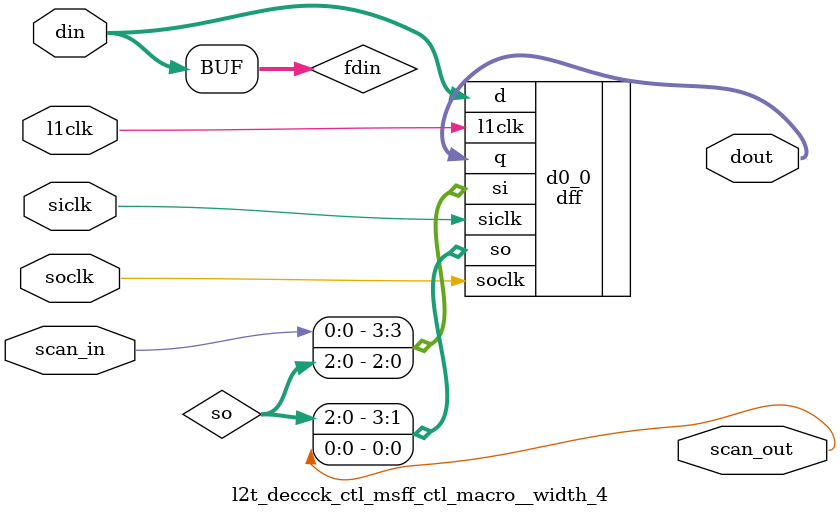
<source format=v>
module l2t_deccck_ctl (
  tcu_pce_ov, 
  tcu_aclk, 
  tcu_bclk, 
  tcu_scan_en, 
  tag_deccck_addr3_c7, 
  arb_inst_l2data_vld_c6, 
  tag_data_ecc_active_c3, 
  bist_data_enable_c1, 
  bist_data_waddr_c1, 
  arbadr_arbdp_addr22_c7, 
  arbadr_arbdp_waddr_c6, 
  deccck_bscd_corr_err_c8, 
  deccck_bscd_uncorr_err_c8, 
  deccck_bscd_notdata_err_c8, 
  deccck_spcd_corr_err_c8, 
  deccck_spcd_uncorr_err_c8, 
  deccck_spcd_notdata_err_c8, 
  deccck_scrd_corr_err_c8, 
  deccck_scrd_uncorr_err_c8, 
  deccck_spcfb_corr_err_c8, 
  deccck_spcfb_uncorr_err_c8, 
  deccck_uncorr_err_c8, 
  deccck_corr_err_c8, 
  deccck_notdata_err_c8, 
  deccdp_decck_uncorr_err_c7, 
  deccdp_decck_corr_err_c7, 
  tag_spc_rd_vld_c6, 
  tag_bsc_rd_vld_c7, 
  tag_scrub_rd_vld_c7, 
  filbuf_spc_corr_err_c6, 
  filbuf_spc_uncorr_err_c6, 
  filbuf_spc_rd_vld_c6, 
  deccck_dword_sel_c7, 
  deccck_muxsel_diag_out_c7, 
  arbadr_arbdp_line_addr_c7, 
  arbadr_arbdp_line_addr_c6, 
  l2clk, 
  scan_in, 
  scan_out);
wire pce_ov;
wire stop;
wire siclk;
wire soclk;
wire se;
wire l1clk;
wire spares_scanin;
wire spares_scanout;
wire ff_bist_en_c2_scanin;
wire ff_bist_en_c2_scanout;
wire ff_bist_en_c3_scanin;
wire ff_bist_en_c3_scanout;
wire ff_bist_en_c4_scanin;
wire ff_bist_en_c4_scanout;
wire ff_bist_en_c5_scanin;
wire ff_bist_en_c5_scanout;
wire ff_bist_en_c52_scanin;
wire ff_bist_en_c52_scanout;
wire ff_bist_en_c6_scanin;
wire ff_bist_en_c6_scanout;
wire ff_bist_waddr_c2_scanin;
wire ff_bist_waddr_c2_scanout;
wire ff_bist_waddr_c3_scanin;
wire ff_bist_waddr_c3_scanout;
wire ff_bist_waddr_c4_scanin;
wire ff_bist_waddr_c4_scanout;
wire ff_bist_waddr_c5_scanin;
wire ff_bist_waddr_c5_scanout;
wire ff_bist_waddr_c52_scanin;
wire ff_bist_waddr_c52_scanout;
wire ff_bist_waddr_c6_scanin;
wire ff_bist_waddr_c6_scanout;
wire ff_misc_terms_scanin;
wire ff_misc_terms_scanout;
wire tag_spc_rd_vld_c7;
wire filbuf_spc_rd_vld_c7;
wire filbuf_spc_corr_err_c7;
wire filbuf_spc_uncorr_err_c7;
wire ff_spc_rd_vld_c8_scanin;
wire ff_spc_rd_vld_c8_scanout;
wire ff_deccck_scrd_corr_err_c8_scanin;
wire ff_deccck_scrd_corr_err_c8_scanout;
wire ff_deccck_scrd_uncorr_err_c8_scanin;
wire ff_deccck_scrd_uncorr_err_c8_scanout;
wire ff_filbuf_spc_rd_vld_c8_scanin;
wire ff_filbuf_spc_rd_vld_c8_scanout;
wire ff_filbuf_spc_corr_err_c8_scanin;
wire ff_filbuf_spc_corr_err_c8_scanout;
wire ff_filbuf_spc_uncorr_err_c8_scanin;
wire ff_filbuf_spc_uncorr_err_c8_scanout;
wire ff_bsc_rd_vld_c8_scanin;
wire ff_bsc_rd_vld_c8_scanout;
wire ff_waddr_c7_scanin;
wire ff_waddr_c7_scanout;
wire data_ecc_active_c4;
wire ff_deccck_active_c4_scanin;
wire ff_deccck_active_c4_scanout;
wire data_ecc_active_c5;
wire ff_deccck_active_c5_scanin;
wire ff_deccck_active_c5_scanout;
wire data_ecc_active_c52;
wire ff_deccck_active_c52_scanin;
wire ff_deccck_active_c52_scanout;
wire data_ecc_active_c6;
wire ff_deccck_active_c6_scanin;
wire ff_deccck_active_c6_scanout;
wire data_ecc_active_c7;
wire ff_deccck_active_c7_scanin;
wire ff_deccck_active_c7_scanout;
wire diag_data_vld_c7;
wire ff_diag_data_vld_c7_scanin;
wire ff_diag_data_vld_c7_scanout;
wire [3:0] deccck_muxsel_diag_out_c6;
wire ff_deccck_muxsel_diag_out_c7_scanin;
wire ff_deccck_muxsel_diag_out_c7_scanout;
 

 input tcu_pce_ov;
 input tcu_aclk;
 input tcu_bclk;
 input tcu_scan_en;
 
input	tag_deccck_addr3_c7; 
input	arb_inst_l2data_vld_c6; 
input	tag_data_ecc_active_c3; 
 
input	bist_data_enable_c1; 
input	[1:0]	bist_data_waddr_c1; 
input	arbadr_arbdp_addr22_c7; 
input	[1:0]	arbadr_arbdp_waddr_c6; 
 
//input	csr_error_ceen ;  // Correctable error enables 
//input	csr_error_nceen ; // Uncorrectable error enables 
 
 
 
output          deccck_bscd_corr_err_c8 ;    // siu data 
output          deccck_bscd_uncorr_err_c8 ;  // siu data 
output          deccck_bscd_notdata_err_c8;  // siu data

output          deccck_spcd_corr_err_c8 ;    // spc data 
output          deccck_spcd_uncorr_err_c8 ;  // spc data 
output          deccck_spcd_notdata_err_c8;  // spc data
output          deccck_scrd_corr_err_c8 ;    // scrub 
output          deccck_scrd_uncorr_err_c8 ;  // scrub 
output          deccck_spcfb_corr_err_c8 ;   // spc data from fb 
output          deccck_spcfb_uncorr_err_c8 ; // spc data from fb 

//output          deccck_uncorr_err_c8;        // an uncorr err has happenned Unqual 
//output          deccck_corr_err_c8;          // a correctable err has happened
//output		deccck_notdata_err_c8;       // a notdata err has happened

input		deccck_uncorr_err_c8;        // an uncorr err has happenned Unqual
input		deccck_corr_err_c8;        // a correctable err has happened
input		deccck_notdata_err_c8;        // a notdata err has happened

//input		data_uncorr_err_c7;        // an uncorr err has happenned Unqual
//input		data_corr_err_c7;        // a correctable err has happened
//input		data_notdata_err_c7;        // a notdata err has happened

input	[3:0]	deccdp_decck_uncorr_err_c7;        // an uncorr err has happenned Unqual
input	[3:0]	deccdp_decck_corr_err_c7;        // a correctable err has happened
//input	[3:0]	deccck_notdata_err_c7;        // a notdata err has happened

//input           tag_spc_rd_vld_c7 ;   // input for err classification 
input           tag_spc_rd_vld_c6 ;   // input for err classification 
input		tag_bsc_rd_vld_c7; // NEW_PIN 
input           tag_scrub_rd_vld_c7 ; // input for err classification 
 
//input           filbuf_spc_corr_err_c7;	// indicates that an corr err was  
//                                        // received from the DRAM 
//input           filbuf_spc_uncorr_err_c7; // indicates that an uncorr err was  
//					// received from the DRAM 
//input           filbuf_spc_rd_vld_c7; // indicates that an FB read is active for a  
//				     // sparc instruction 

input           filbuf_spc_corr_err_c6;
input           filbuf_spc_uncorr_err_c6;
input           filbuf_spc_rd_vld_c6;
 
 
//output		deccck_sel_higher_dword_c7; 
output		deccck_dword_sel_c7; 

output   [3:0] deccck_muxsel_diag_out_c7;
 
//output	[2:0]	deccck_ret_err_c8; 
//output	[2:0]	deccck_ret_err_c7; 

output	[5:4]	arbadr_arbdp_line_addr_c7;
input	[5:4]	arbadr_arbdp_line_addr_c6;
 
input		l2clk; 
input scan_in;
output scan_out; 
 
// from deccckdp. 
//input	[5:0]	decc_check0_c7;
//input   [5:0]   decc_check1_c7;
//input   [5:0]   decc_check2_c7;
//input   [5:0]   decc_check3_c7;
//input		decc_parity0_c7;
//input           decc_parity1_c7;
//input           decc_parity2_c7;
//input           decc_parity3_c7;
 
 

//////////////////////////////////////////////////
// L1 clk header
//////////////////////////////////////////////////
assign pce_ov = tcu_pce_ov;
assign stop = 1'b0;
assign siclk = tcu_aclk;
assign soclk = tcu_bclk;
assign se = tcu_scan_en;

l2t_deccck_ctl_l1clkhdr_ctl_macro clkgen (
        .l2clk(l2clk),
        .l1en(1'b1 ),
        .l1clk(l1clk),
  .pce_ov(pce_ov),
  .stop(stop),
  .se(se));

//////////////////////////////////////////////////

//////////////////////////////////////////
// Spare gate insertion
//////////////////////////////////////////
l2t_deccck_ctl_spare_ctl_macro__num_4 spares  (
        .scan_in(spares_scanin),
        .scan_out(spares_scanout),
        .l1clk  (l1clk),
  .siclk(siclk),
  .soclk(soclk)
);
//////////////////////////////////////////



wire	[3:0]	corr_err_c7; 
wire	[3:0]	uncorr_err_c7; 
wire		data_corr_err_c7; 
wire		data_uncorr_err_c7; 
 
wire    [1:0]   bist_data_waddr_c2; 
wire    [1:0]   bist_data_waddr_c3; 
wire    [1:0]   bist_data_waddr_c4; 
wire    [1:0]   bist_data_waddr_c5; 
wire    [1:0]   bist_data_waddr_c52; // BS 03/11/04 extra cycle for mem access
wire    [1:0]   bist_data_waddr_c6; 
 
wire            bist_data_enable_c2; 
wire            bist_data_enable_c3; 
wire            bist_data_enable_c4; 
wire            bist_data_enable_c5; 
wire            bist_data_enable_c52; // BS 03/11/04 extra cycle for mem access
wire            bist_data_enable_c6; 
 
wire            scr_data_corr_err_c7 ; 
wire            scr_data_uncorr_err_c7 ; 
 
 
wire    [2:0]   ret_err_c7 ; 
wire            error_ceen_d1 ; 
wire            error_nceen_d1 ; 
 
 
 
wire    [1:0]   waddr_c7; // 3:2 
wire    [1:0]   diag_addr_c7; 
 
wire            sel_higher_word_c6; 
wire            sel_higher_dword_c6; 
 
wire            sel_bist_c6; 
wire            sel_diag_c7; 
wire            sel_def_c6; 
 
 
wire	data_corr_err_c8, filbuf_spc_rd_vld_c8, filbuf_spc_corr_err_c8; 
wire	spc_rd_vld_c8, bsc_rd_vld_c8; 
wire	filbuf_spc_uncorr_err_c8; 
 
 
 
 
/////////////
//// Bug id 91419
//// to distinguish not data from CE need to qualify it with
//// not notdata
////
//// assign  corr_err_c7[0] =  decc_parity0_c7 ; 
//// assign  corr_err_c7[1] =  decc_parity1_c7 ; 
//// assign  corr_err_c7[2] =  decc_parity2_c7 ; 
//// assign  corr_err_c7[3] =  decc_parity3_c7 ; 
//
//assign  corr_err_c7[0] =  decc_parity0_c7  & ~(decc_check0_c7[5:0] == 6'b111111);
//assign  corr_err_c7[1] =  decc_parity1_c7  & ~(decc_check1_c7[5:0] == 6'b111111);
//assign  corr_err_c7[2] =  decc_parity2_c7  & ~(decc_check2_c7[5:0] == 6'b111111);
//assign  corr_err_c7[3] =  decc_parity3_c7  & ~(decc_check3_c7[5:0] == 6'b111111);
//
//
//
// 
//assign  data_corr_err_c7 =  |( corr_err_c7[3:0] )  ; 
// 
//// BS 06/13/04 added Notdata logic
//// detect Notdata if check bits are all 1's on any 4 byte segment, and it is not a sparc
//// read of the fill buffer before the fill.
// 
//assign  data_notdata_err_c7 = (({decc_parity0_c7,decc_check0_c7[5:0]} == 7'b1111111) |
//                         ({decc_parity1_c7,decc_check1_c7[5:0]} == 7'b1111111) |
//                         ({decc_parity2_c7,decc_check2_c7[5:0]} == 7'b1111111) |
//                         ({decc_parity3_c7,decc_check3_c7[5:0]} == 7'b1111111))
//                              & ~filbuf_spc_rd_vld_c7; 
//
//// in case the Notdata is detected on a sparc read of the Fill buffer itself, should
//// treat it as UE . this is because a UE trap has not been issued yet, as the
//// read of the fill buffer is happening before the fill. 
//
//assign  uncorr_err_c7[0] = (|(decc_check0_c7[5:0]) & ~decc_parity0_c7) |
//                           (({decc_parity0_c7,decc_check0_c7[5:0]} == 7'b1111111) & filbuf_spc_rd_vld_c7) ;
//assign  uncorr_err_c7[1] = (|(decc_check1_c7[5:0]) & ~decc_parity1_c7)  |
//                           (({decc_parity1_c7,decc_check1_c7[5:0]} == 7'b1111111) & filbuf_spc_rd_vld_c7);
//assign  uncorr_err_c7[2] = (|(decc_check2_c7[5:0]) & ~decc_parity2_c7) |
//                           (({decc_parity2_c7,decc_check2_c7[5:0]} == 7'b1111111) & filbuf_spc_rd_vld_c7) ;
//assign  uncorr_err_c7[3] = (|(decc_check3_c7[5:0]) & ~decc_parity3_c7) |
//                           (({decc_parity3_c7,decc_check3_c7[5:0]} == 7'b1111111) & filbuf_spc_rd_vld_c7) ;
//
//assign  data_uncorr_err_c7 =  |(uncorr_err_c7[3:0]) ;
//
// 

assign uncorr_err_c7[3:0] = deccdp_decck_uncorr_err_c7[3:0];
assign corr_err_c7[3:0] = deccdp_decck_corr_err_c7[3:0];

 
l2t_deccck_ctl_msff_ctl_macro__width_3 ff_bist_en_c2 
              (.dout   ({arbadr_arbdp_line_addr_c7[5:4],bist_data_enable_c2}), 
		.scan_in(ff_bist_en_c2_scanin),
		.scan_out(ff_bist_en_c2_scanout),
		.din ({arbadr_arbdp_line_addr_c6[5:4],bist_data_enable_c1}), 
               .l1clk (l1clk),
  .siclk(siclk),
  .soclk(soclk)  
) ; 
l2t_deccck_ctl_msff_ctl_macro__width_1 ff_bist_en_c3 
              (.dout   (bist_data_enable_c3), .din (bist_data_enable_c2), 
               .scan_in(ff_bist_en_c3_scanin),
               .scan_out(ff_bist_en_c3_scanout),
               .l1clk (l1clk),
  .siclk(siclk),
  .soclk(soclk)  
) ; 
l2t_deccck_ctl_msff_ctl_macro__width_1 ff_bist_en_c4 
              (.dout   (bist_data_enable_c4), .din (bist_data_enable_c3), 
               .scan_in(ff_bist_en_c4_scanin),
               .scan_out(ff_bist_en_c4_scanout),
               .l1clk (l1clk),
  .siclk(siclk),
  .soclk(soclk)  
) ; 
l2t_deccck_ctl_msff_ctl_macro__width_1 ff_bist_en_c5 
              (.dout   (bist_data_enable_c5), .din (bist_data_enable_c4), 
               .scan_in(ff_bist_en_c5_scanin),
               .scan_out(ff_bist_en_c5_scanout),
               .l1clk (l1clk),
  .siclk(siclk),
  .soclk(soclk)  
) ; 

// BS 03/11/04 extra cycle for mem access

l2t_deccck_ctl_msff_ctl_macro__width_1 ff_bist_en_c52 
              (.dout   (bist_data_enable_c52), .din (bist_data_enable_c5),
               .scan_in(ff_bist_en_c52_scanin),
               .scan_out(ff_bist_en_c52_scanout),
               .l1clk (l1clk),
  .siclk(siclk),
  .soclk(soclk)  
) ;

l2t_deccck_ctl_msff_ctl_macro__width_1 ff_bist_en_c6 
              (.dout   (bist_data_enable_c6), .din (bist_data_enable_c52), 
               .scan_in(ff_bist_en_c6_scanin),
               .scan_out(ff_bist_en_c6_scanout),
               .l1clk (l1clk),
  .siclk(siclk),
  .soclk(soclk)  
) ; 
 
 
l2t_deccck_ctl_msff_ctl_macro__width_2 ff_bist_waddr_c2 
              (.dout   (bist_data_waddr_c2[1:0]), .din (bist_data_waddr_c1[1:0]), 
               .scan_in(ff_bist_waddr_c2_scanin),
               .scan_out(ff_bist_waddr_c2_scanout),
               .l1clk (l1clk),
  .siclk(siclk),
  .soclk(soclk)  
) ; 
l2t_deccck_ctl_msff_ctl_macro__width_2 ff_bist_waddr_c3 
              (.dout   (bist_data_waddr_c3[1:0]), .din (bist_data_waddr_c2[1:0]), 
               .scan_in(ff_bist_waddr_c3_scanin),
               .scan_out(ff_bist_waddr_c3_scanout),
               .l1clk (l1clk),
  .siclk(siclk),
  .soclk(soclk)  
) ;  
l2t_deccck_ctl_msff_ctl_macro__width_2 ff_bist_waddr_c4 
              (.dout   (bist_data_waddr_c4[1:0]), .din (bist_data_waddr_c3[1:0]), 
               .scan_in(ff_bist_waddr_c4_scanin),
               .scan_out(ff_bist_waddr_c4_scanout),
               .l1clk (l1clk),
  .siclk(siclk),
  .soclk(soclk)  
) ; 
l2t_deccck_ctl_msff_ctl_macro__width_2 ff_bist_waddr_c5 
              (.dout   (bist_data_waddr_c5[1:0]), .din (bist_data_waddr_c4[1:0]), 
               .scan_in(ff_bist_waddr_c5_scanin),
               .scan_out(ff_bist_waddr_c5_scanout),
               .l1clk (l1clk),
  .siclk(siclk),
  .soclk(soclk)  
) ; 

// BS 03/11/04 extra cycle for mem access

l2t_deccck_ctl_msff_ctl_macro__width_2 ff_bist_waddr_c52 
              (.dout   (bist_data_waddr_c52[1:0]), .din (bist_data_waddr_c5[1:0]),
               .scan_in(ff_bist_waddr_c52_scanin),
               .scan_out(ff_bist_waddr_c52_scanout),
               .l1clk (l1clk),
  .siclk(siclk),
  .soclk(soclk)  
) ;

l2t_deccck_ctl_msff_ctl_macro__width_2 ff_bist_waddr_c6 
              (.dout   (bist_data_waddr_c6[1:0]), .din (bist_data_waddr_c52[1:0]), 
               .scan_in(ff_bist_waddr_c6_scanin),
               .scan_out(ff_bist_waddr_c6_scanout),
               .l1clk (l1clk),
  .siclk(siclk),
  .soclk(soclk)  
) ; 
 
 
// 
//msff_ctl_macro ff_deccck_uncorr_err_c8 (width=1)
//              (.dout   (deccck_uncorr_err_c8), .din (data_uncorr_err_c7), 
//               .scan_in(ff_deccck_uncorr_err_c8_scanin),
//               .scan_out(ff_deccck_uncorr_err_c8_scanout),
//               .l1clk (l1clk)  
//) ; 

// BS 06/13/04 : added Notdata logic 
// register notdata error bit
//
//msff_ctl_macro ff_deccck_notdata_err_c8 (width=1)
//              (.dout   (deccck_notdata_err_c8), .din (data_notdata_err_c7),
//               .scan_in(ff_deccck_notdata_err_c8_scanin),
//               .scan_out(ff_deccck_notdata_err_c8_scanout),
//               .l1clk (l1clk)
//) ;
// 
// 
//msff_ctl_macro ff_data_corr_err_c8 (width=1)
//		(.dout   (data_corr_err_c8), .din (data_corr_err_c7), 
//               		.scan_in(ff_data_corr_err_c8_scanin),
//               		.scan_out(ff_data_corr_err_c8_scanout),
//               		.l1clk (l1clk)  
//		) ; 
////
//assign deccck_corr_err_c8 = data_corr_err_c8; // BS 03/18/04 : taking out deccck_corr_err_c8 to gate off cas and 
//                                              // swap/ldstub stores updates in case of Correctable Error as part
//                                              // of new requirment for RAS in N2 to retry the atomics on a CE.
//                                              // because of the retry, the update for the store should not happen
//                                              // in L2. 

assign data_corr_err_c8 = deccck_corr_err_c8;


l2t_deccck_ctl_msff_ctl_macro__width_4 ff_misc_terms  
        (
        .scan_in(ff_misc_terms_scanin),
        .scan_out(ff_misc_terms_scanout),
        .dout ({tag_spc_rd_vld_c7,filbuf_spc_rd_vld_c7,filbuf_spc_corr_err_c7,filbuf_spc_uncorr_err_c7}),
        .din  ({tag_spc_rd_vld_c6,filbuf_spc_rd_vld_c6, filbuf_spc_corr_err_c6,filbuf_spc_uncorr_err_c6}),
        .l1clk    (l1clk),
  .siclk(siclk),
  .soclk(soclk)
        );

l2t_deccck_ctl_msff_ctl_macro__width_1 ff_spc_rd_vld_c8 
		(.dout   (spc_rd_vld_c8), .din (tag_spc_rd_vld_c7), 
               		.scan_in(ff_spc_rd_vld_c8_scanin),
               		.scan_out(ff_spc_rd_vld_c8_scanout),
               		.l1clk (l1clk),
  .siclk(siclk),
  .soclk(soclk)  
 
		) ; 
 
assign	deccck_spcd_corr_err_c8 = data_corr_err_c8 & spc_rd_vld_c8; 
assign	deccck_spcd_uncorr_err_c8 = deccck_uncorr_err_c8 & spc_rd_vld_c8; 
assign  deccck_spcd_notdata_err_c8 = deccck_notdata_err_c8 & spc_rd_vld_c8;
 
assign	scr_data_corr_err_c7 = (((corr_err_c7[3] | corr_err_c7[2]) & ~tag_deccck_addr3_c7) | 
				((corr_err_c7[1] | corr_err_c7[0]) & tag_deccck_addr3_c7) 
			) & tag_scrub_rd_vld_c7 ; 
 
l2t_deccck_ctl_msff_ctl_macro__width_1 ff_deccck_scrd_corr_err_c8 
              	(.dout   (deccck_scrd_corr_err_c8), .din (scr_data_corr_err_c7), 
               		.scan_in(ff_deccck_scrd_corr_err_c8_scanin),
               		.scan_out(ff_deccck_scrd_corr_err_c8_scanout),
               		.l1clk (l1clk),
  .siclk(siclk),
  .soclk(soclk)  
 
		) ; 
 
assign  scr_data_uncorr_err_c7 = (((uncorr_err_c7[3] | uncorr_err_c7[2]) & ~tag_deccck_addr3_c7) | 
                                  ((uncorr_err_c7[1] | uncorr_err_c7[0]) & tag_deccck_addr3_c7) 
                                  ) & tag_scrub_rd_vld_c7 ; 
 
l2t_deccck_ctl_msff_ctl_macro__width_1 ff_deccck_scrd_uncorr_err_c8 
              (.dout   (deccck_scrd_uncorr_err_c8), .din (scr_data_uncorr_err_c7), 
               .scan_in(ff_deccck_scrd_uncorr_err_c8_scanin),
               .scan_out(ff_deccck_scrd_uncorr_err_c8_scanout),
               .l1clk (l1clk),
  .siclk(siclk),
  .soclk(soclk)  
) ; 
 
 
 
l2t_deccck_ctl_msff_ctl_macro__width_1 ff_filbuf_spc_rd_vld_c8 
              	(.dout   (filbuf_spc_rd_vld_c8), .din (filbuf_spc_rd_vld_c7), 
               		.scan_in(ff_filbuf_spc_rd_vld_c8_scanin),
               		.scan_out(ff_filbuf_spc_rd_vld_c8_scanout),
               		.l1clk (l1clk),
  .siclk(siclk),
  .soclk(soclk)  
 
		) ; 
 
l2t_deccck_ctl_msff_ctl_macro__width_1 ff_filbuf_spc_corr_err_c8 
              	(.dout   (filbuf_spc_corr_err_c8), .din (filbuf_spc_corr_err_c7), 
               		.scan_in(ff_filbuf_spc_corr_err_c8_scanin),
               		.scan_out(ff_filbuf_spc_corr_err_c8_scanout),
               		.l1clk (l1clk),
  .siclk(siclk),
  .soclk(soclk)  
 
		) ; 
 
l2t_deccck_ctl_msff_ctl_macro__width_1 ff_filbuf_spc_uncorr_err_c8 
              	(.dout   (filbuf_spc_uncorr_err_c8), .din (filbuf_spc_uncorr_err_c7), 
               		.scan_in(ff_filbuf_spc_uncorr_err_c8_scanin),
               		.scan_out(ff_filbuf_spc_uncorr_err_c8_scanout),
               		.l1clk (l1clk),
  .siclk(siclk),
  .soclk(soclk)  
 
		) ; 
 
assign	deccck_spcfb_corr_err_c8    = (data_corr_err_c8 & filbuf_spc_rd_vld_c8) |   
				filbuf_spc_corr_err_c8; 
 
 
assign	deccck_spcfb_uncorr_err_c8    = (deccck_uncorr_err_c8 & filbuf_spc_rd_vld_c8) |   
				filbuf_spc_uncorr_err_c8; 
 
 
l2t_deccck_ctl_msff_ctl_macro__width_1 ff_bsc_rd_vld_c8 
              	(.dout   (bsc_rd_vld_c8), .din (tag_bsc_rd_vld_c7), 
               		.scan_in(ff_bsc_rd_vld_c8_scanin),
               		.scan_out(ff_bsc_rd_vld_c8_scanout),
               		.l1clk (l1clk),
  .siclk(siclk),
  .soclk(soclk)  
 
		) ; 
 
assign	deccck_bscd_corr_err_c8  = data_corr_err_c8 & bsc_rd_vld_c8; 
 
assign	deccck_bscd_uncorr_err_c8  = deccck_uncorr_err_c8 & bsc_rd_vld_c8; 

assign  deccck_bscd_notdata_err_c8 = deccck_notdata_err_c8 & bsc_rd_vld_c8;
 
 
 
 
 
// csr_error_ceen and csr_error_nceen are the register bits for enabling the reporting 
// of the correctable and uncorrectable error respectively. 
// 
//msff_ctl_macro ff_error_ceen_d1 (width=1)
//              (.dout   (error_ceen_d1), .din (csr_error_ceen), 
//               .scan_in(ff_error_ceen_d1_scanin),
//               .scan_out(ff_error_ceen_d1_scanout),
//               .l1clk (l1clk),  
//) ; 
// 
//msff_ctl_macro ff_error_nceen_d1 (width=1)
//              (.dout   (error_nceen_d1), .din (csr_error_nceen),
//               .scan_in(ff_error_nceen_d1_scanin),
//               .scan_out(ff_error_nceen_d1_scanout),
//               .l1clk (l1clk)
//) ; 
// 
 
// only precise error reporting is handled here. 
//
//assign  ret_err_c7[0] = ((data_corr_err_c7 | filbuf_spc_corr_err_c7)   &
//                        ( ( tag_spc_rd_vld_c7 | filbuf_spc_rd_vld_c7 |
//                        filbuf_spc_corr_err_c7 ) & error_ceen_d1 )) |
//                        (data_notdata_err_c7 & tag_spc_rd_vld_c7 & error_nceen_d1); 
//                                       // Notdata encoding is err[1:0] = 2'b11
// 
//assign  ret_err_c7[1] = ((data_uncorr_err_c7 | filbuf_spc_uncorr_err_c7)   & 
//			( ( tag_spc_rd_vld_c7 | filbuf_spc_rd_vld_c7 | 
//			filbuf_spc_uncorr_err_c7 ) & error_nceen_d1 )) |
//                        (data_notdata_err_c7 & tag_spc_rd_vld_c7 & error_nceen_d1); 
//                                 // Notdata encoding is err[1:0] = 2'b11
// 
// 
//
//assign  ret_err_c7_uece[0] = ((data_corr_err_c7 | filbuf_spc_corr_err_c7)   &
//                        ((tag_spc_rd_vld_c7 | filbuf_spc_rd_vld_c7 | filbuf_spc_corr_err_c7 )
//			 & error_ceen_d1 )); 
//
//assign  ret_err_c7_uece[1] = ((data_uncorr_err_c7 | filbuf_spc_uncorr_err_c7)   &
//                      ((tag_spc_rd_vld_c7 | filbuf_spc_rd_vld_c7 | filbuf_spc_uncorr_err_c7 ) 
//			 & error_nceen_d1 )) ;
//
//assign ret_err_c7_nd[0] = (data_notdata_err_c7 & tag_spc_rd_vld_c7 & error_nceen_d1);
//assign ret_err_c7_nd[1] = (data_notdata_err_c7 & tag_spc_rd_vld_c7 & error_nceen_d1);
//
//assign ret_err_c7[0] = (ret_err_c7_uece[0] & ~ret_err_c7_uece[1]) | ret_err_c7_nd[0];
//assign ret_err_c7[1] =  ret_err_c7_uece[1] | ret_err_c7_nd[0];
// 
//assign  ret_err_c7[2] = 1'b0 ;  // RSVD 
//
//msff_ctl_macro ff_ret_err_c8 (width=3)
//              (.dout   (deccck_ret_err_c8[2:0]), .din (ret_err_c7[2:0]), 
//               .scan_in(ff_ret_err_c8_scanin),
//               .scan_out(ff_ret_err_c8_scanout),
//               .l1clk (l1clk)
//                
//) ; 
// 
// 
//assign deccck_ret_err_c7[2:0] = ret_err_c7[2:0] ;
// 
 
////////////////////////////////////////////////////////////////////////// 
// 
// data that is xmitted to the arbdat block 
// The following 2-1 mUX is used for psts. 
// In C6, the data is merged with partial dirty data and written into 
// the Miss Buffer. 
// arbadr_arbdp_waddr_c6[1:0] is the Address bit[3:2] of the regular instruction. 
// "arbdp_addr22_c7" is the Address Bit[22] of the Diagnostic access. 
// It is equivalent to the address bit[2] for the diagnostic access and is 
// used for selecting 32 bit out of 128 bit read from the L2$ data array. 
// 
////////////////////////////////////////////////////////////////////////// 
 
// arbadr_arbdp_waddr_c6[1:0] is the Address bit[3:2] of the regular instruction. 
l2t_deccck_ctl_msff_ctl_macro__width_2 ff_waddr_c7 
              (.dout   (waddr_c7[1:0]), 
               .scan_in(ff_waddr_c7_scanin),
               .scan_out(ff_waddr_c7_scanout),
               .din (arbadr_arbdp_waddr_c6[1:0]), 
               .l1clk (l1clk),
  .siclk(siclk),
  .soclk(soclk) 
                
 
              ) ; 
 
assign diag_addr_c7 = {waddr_c7[1], arbadr_arbdp_addr22_c7} ; 
 
 
 
// Address bit[3] of Scrub instruction, used for selecting 64 bit out of 
// 128 bit read from the L2$ data array. 
 
 
 
l2t_deccck_ctl_msff_ctl_macro__width_1 ff_deccck_active_c4 
              (.dout   (data_ecc_active_c4), 
               .scan_in(ff_deccck_active_c4_scanin),
               .scan_out(ff_deccck_active_c4_scanout),
               .din (tag_data_ecc_active_c3), 
               .l1clk (l1clk),
  .siclk(siclk),
  .soclk(soclk) 
                
 
              ) ; 
l2t_deccck_ctl_msff_ctl_macro__width_1 ff_deccck_active_c5 
              (.dout   (data_ecc_active_c5), 
               .scan_in(ff_deccck_active_c5_scanin),
               .scan_out(ff_deccck_active_c5_scanout),
               .din (data_ecc_active_c4), 
               .l1clk (l1clk),
  .siclk(siclk),
  .soclk(soclk) 
                
 
              ) ; 

// BS 03/11/04 extra cycle for mem access

l2t_deccck_ctl_msff_ctl_macro__width_1 ff_deccck_active_c52 
              (.dout   (data_ecc_active_c52),
               .scan_in(ff_deccck_active_c52_scanin),
               .scan_out(ff_deccck_active_c52_scanout),
               .din (data_ecc_active_c5),
               .l1clk (l1clk),
  .siclk(siclk),
  .soclk(soclk)
                

              ) ;

l2t_deccck_ctl_msff_ctl_macro__width_1 ff_deccck_active_c6 
              (.dout   (data_ecc_active_c6), 
               .scan_in(ff_deccck_active_c6_scanin),
               .scan_out(ff_deccck_active_c6_scanout),
               .din (data_ecc_active_c52), 
               .l1clk (l1clk),
  .siclk(siclk),
  .soclk(soclk) 
                
 
              ) ; 
l2t_deccck_ctl_msff_ctl_macro__width_1 ff_deccck_active_c7 
              (.dout   (data_ecc_active_c7), 
               .scan_in(ff_deccck_active_c7_scanin),
               .scan_out(ff_deccck_active_c7_scanout),
               .din (data_ecc_active_c6), 
               .l1clk (l1clk),
  .siclk(siclk),
  .soclk(soclk) 
                
 
              ) ; 
 
assign deccck_dword_sel_c7 = (diag_addr_c7[1] & ~data_ecc_active_c7)  
		| tag_deccck_addr3_c7 ; 
 
// the following data muxes are used for 
//  1. diagnostic accesses to l2data 
//  2. tap reads to DRAm addresses. 
//  3. bist accesses to l2data. 
// these operation need 39 bit data out of the 156 bit read from the L2 array, 
// so the data needs to be muxed 4:1. The 4to1 muxing is mbist_done in two stages 
// of 2to1 muxing using the address bit[3:2] as the select signals. 
 
l2t_deccck_ctl_msff_ctl_macro__width_1 ff_diag_data_vld_c7 
		(.dout   (diag_data_vld_c7), .din (arb_inst_l2data_vld_c6),  
		.scan_in(ff_diag_data_vld_c7_scanin),
		.scan_out(ff_diag_data_vld_c7_scanout),
		.l1clk (l1clk),
  .siclk(siclk),
  .soclk(soclk)  
) ; 
 
 
assign	sel_bist_c6 = bist_data_enable_c6 ; 
assign	sel_diag_c7 = diag_data_vld_c7  & ~bist_data_enable_c6 ; 
assign	sel_def_c6  = ~diag_data_vld_c7 & ~bist_data_enable_c6 ; 
 
assign  sel_higher_word_c6 = (diag_addr_c7[0]       & sel_diag_c7) | 
                             (bist_data_waddr_c6[0] & sel_bist_c6) | 
                             (arbadr_arbdp_waddr_c6[0]     & sel_def_c6) ; 

 
 
 
assign  sel_higher_dword_c6 = (diag_addr_c7[1]       & sel_diag_c7) | 
                              (bist_data_waddr_c6[1] & sel_bist_c6) | 
                              (arbadr_arbdp_waddr_c6[1]     & sel_def_c6) ; 
 
//msff_ctl_macro ff_sel_higher_dword_c7 (width=1)
//              (.dout   (deccck_sel_higher_dword_c7), .din (sel_higher_dword_c6), 
//               .scan_in(ff_sel_higher_dword_c7_scanin),
//               .scan_out(ff_sel_higher_dword_c7_scanout),
//               .l1clk (l1clk),  
//) ; 



assign      deccck_muxsel_diag_out_c6[0] = ~sel_higher_word_c6   & ~sel_higher_dword_c6;
assign      deccck_muxsel_diag_out_c6[1] =  sel_higher_word_c6   & ~sel_higher_dword_c6;
assign      deccck_muxsel_diag_out_c6[2] = ~sel_higher_word_c6   &  sel_higher_dword_c6;
assign      deccck_muxsel_diag_out_c6[3] =  sel_higher_word_c6   &  sel_higher_dword_c6;


l2t_deccck_ctl_msff_ctl_macro__width_4 ff_deccck_muxsel_diag_out_c7 
              	(
		.scan_in(ff_deccck_muxsel_diag_out_c7_scanin),
		.scan_out(ff_deccck_muxsel_diag_out_c7_scanout),
		.dout (deccck_muxsel_diag_out_c7[3:0]), 
		.din (deccck_muxsel_diag_out_c6[3:0]),
                .l1clk (l1clk),
  .siclk(siclk),
  .soclk(soclk)
		) ; 

 
// fixscan start:
assign spares_scanin             = scan_in                  ;
assign ff_bist_en_c2_scanin      = spares_scanout           ;
assign ff_bist_en_c3_scanin      = ff_bist_en_c2_scanout    ;
assign ff_bist_en_c4_scanin      = ff_bist_en_c3_scanout    ;
assign ff_bist_en_c5_scanin      = ff_bist_en_c4_scanout    ;
assign ff_bist_en_c52_scanin     = ff_bist_en_c5_scanout    ;
assign ff_bist_en_c6_scanin      = ff_bist_en_c52_scanout   ;
assign ff_bist_waddr_c2_scanin   = ff_bist_en_c6_scanout    ;
assign ff_bist_waddr_c3_scanin   = ff_bist_waddr_c2_scanout ;
assign ff_bist_waddr_c4_scanin   = ff_bist_waddr_c3_scanout ;
assign ff_bist_waddr_c5_scanin   = ff_bist_waddr_c4_scanout ;
assign ff_bist_waddr_c52_scanin  = ff_bist_waddr_c5_scanout ;
assign ff_bist_waddr_c6_scanin   = ff_bist_waddr_c52_scanout;
assign ff_misc_terms_scanin      = ff_bist_waddr_c6_scanout ;
assign ff_spc_rd_vld_c8_scanin   = ff_misc_terms_scanout    ;
assign ff_deccck_scrd_corr_err_c8_scanin = ff_spc_rd_vld_c8_scanout ;
assign ff_deccck_scrd_uncorr_err_c8_scanin = ff_deccck_scrd_corr_err_c8_scanout;
assign ff_filbuf_spc_rd_vld_c8_scanin = ff_deccck_scrd_uncorr_err_c8_scanout;
assign ff_filbuf_spc_corr_err_c8_scanin = ff_filbuf_spc_rd_vld_c8_scanout;
assign ff_filbuf_spc_uncorr_err_c8_scanin = ff_filbuf_spc_corr_err_c8_scanout;
assign ff_bsc_rd_vld_c8_scanin   = ff_filbuf_spc_uncorr_err_c8_scanout;
assign ff_waddr_c7_scanin        = ff_bsc_rd_vld_c8_scanout ;
assign ff_deccck_active_c4_scanin = ff_waddr_c7_scanout      ;
assign ff_deccck_active_c5_scanin = ff_deccck_active_c4_scanout;
assign ff_deccck_active_c52_scanin = ff_deccck_active_c5_scanout;
assign ff_deccck_active_c6_scanin = ff_deccck_active_c52_scanout;
assign ff_deccck_active_c7_scanin = ff_deccck_active_c6_scanout;
assign ff_diag_data_vld_c7_scanin = ff_deccck_active_c7_scanout;
assign ff_deccck_muxsel_diag_out_c7_scanin = ff_diag_data_vld_c7_scanout;
assign scan_out                  = ff_deccck_muxsel_diag_out_c7_scanout;
// fixscan end:
endmodule 







// any PARAMS parms go into naming of macro

module l2t_deccck_ctl_l1clkhdr_ctl_macro (
  l2clk, 
  l1en, 
  pce_ov, 
  stop, 
  se, 
  l1clk);


  input l2clk;
  input l1en;
  input pce_ov;
  input stop;
  input se;
  output l1clk;



 

cl_sc1_l1hdr_8x c_0 (


   .l2clk(l2clk),
   .pce(l1en),
   .l1clk(l1clk),
  .se(se),
  .pce_ov(pce_ov),
  .stop(stop)
);



endmodule









//  Description:        Spare gate macro for control blocks
//
//  Param num controls the number of times the macro is added
//  flops=0 can be used to use only combination spare logic


module l2t_deccck_ctl_spare_ctl_macro__num_4 (
  l1clk, 
  scan_in, 
  siclk, 
  soclk, 
  scan_out);
wire si_0;
wire so_0;
wire spare0_flop_unused;
wire spare0_buf_32x_unused;
wire spare0_nand3_8x_unused;
wire spare0_inv_8x_unused;
wire spare0_aoi22_4x_unused;
wire spare0_buf_8x_unused;
wire spare0_oai22_4x_unused;
wire spare0_inv_16x_unused;
wire spare0_nand2_16x_unused;
wire spare0_nor3_4x_unused;
wire spare0_nand2_8x_unused;
wire spare0_buf_16x_unused;
wire spare0_nor2_16x_unused;
wire spare0_inv_32x_unused;
wire si_1;
wire so_1;
wire spare1_flop_unused;
wire spare1_buf_32x_unused;
wire spare1_nand3_8x_unused;
wire spare1_inv_8x_unused;
wire spare1_aoi22_4x_unused;
wire spare1_buf_8x_unused;
wire spare1_oai22_4x_unused;
wire spare1_inv_16x_unused;
wire spare1_nand2_16x_unused;
wire spare1_nor3_4x_unused;
wire spare1_nand2_8x_unused;
wire spare1_buf_16x_unused;
wire spare1_nor2_16x_unused;
wire spare1_inv_32x_unused;
wire si_2;
wire so_2;
wire spare2_flop_unused;
wire spare2_buf_32x_unused;
wire spare2_nand3_8x_unused;
wire spare2_inv_8x_unused;
wire spare2_aoi22_4x_unused;
wire spare2_buf_8x_unused;
wire spare2_oai22_4x_unused;
wire spare2_inv_16x_unused;
wire spare2_nand2_16x_unused;
wire spare2_nor3_4x_unused;
wire spare2_nand2_8x_unused;
wire spare2_buf_16x_unused;
wire spare2_nor2_16x_unused;
wire spare2_inv_32x_unused;
wire si_3;
wire so_3;
wire spare3_flop_unused;
wire spare3_buf_32x_unused;
wire spare3_nand3_8x_unused;
wire spare3_inv_8x_unused;
wire spare3_aoi22_4x_unused;
wire spare3_buf_8x_unused;
wire spare3_oai22_4x_unused;
wire spare3_inv_16x_unused;
wire spare3_nand2_16x_unused;
wire spare3_nor3_4x_unused;
wire spare3_nand2_8x_unused;
wire spare3_buf_16x_unused;
wire spare3_nor2_16x_unused;
wire spare3_inv_32x_unused;


input		l1clk;
input		scan_in;
input		siclk;
input		soclk;
output		scan_out;

cl_sc1_msff_8x spare0_flop (.l1clk(l1clk),
                               .siclk(siclk),
                               .soclk(soclk),
                               .si(si_0),
                               .so(so_0),
                               .d(1'b0),
                               .q(spare0_flop_unused));
assign si_0 = scan_in;

cl_u1_buf_32x   spare0_buf_32x (.in(1'b1),
                                   .out(spare0_buf_32x_unused));
cl_u1_nand3_8x spare0_nand3_8x (.in0(1'b1),
                                   .in1(1'b1),
                                   .in2(1'b1),
                                   .out(spare0_nand3_8x_unused));
cl_u1_inv_8x    spare0_inv_8x (.in(1'b1),
                                  .out(spare0_inv_8x_unused));
cl_u1_aoi22_4x spare0_aoi22_4x (.in00(1'b1),
                                   .in01(1'b1),
                                   .in10(1'b1),
                                   .in11(1'b1),
                                   .out(spare0_aoi22_4x_unused));
cl_u1_buf_8x    spare0_buf_8x (.in(1'b1),
                                  .out(spare0_buf_8x_unused));
cl_u1_oai22_4x spare0_oai22_4x (.in00(1'b1),
                                   .in01(1'b1),
                                   .in10(1'b1),
                                   .in11(1'b1),
                                   .out(spare0_oai22_4x_unused));
cl_u1_inv_16x   spare0_inv_16x (.in(1'b1),
                                   .out(spare0_inv_16x_unused));
cl_u1_nand2_16x spare0_nand2_16x (.in0(1'b1),
                                     .in1(1'b1),
                                     .out(spare0_nand2_16x_unused));
cl_u1_nor3_4x spare0_nor3_4x (.in0(1'b0),
                                 .in1(1'b0),
                                 .in2(1'b0),
                                 .out(spare0_nor3_4x_unused));
cl_u1_nand2_8x spare0_nand2_8x (.in0(1'b1),
                                   .in1(1'b1),
                                   .out(spare0_nand2_8x_unused));
cl_u1_buf_16x   spare0_buf_16x (.in(1'b1),
                                   .out(spare0_buf_16x_unused));
cl_u1_nor2_16x spare0_nor2_16x (.in0(1'b0),
                                   .in1(1'b0),
                                   .out(spare0_nor2_16x_unused));
cl_u1_inv_32x   spare0_inv_32x (.in(1'b1),
                                   .out(spare0_inv_32x_unused));

cl_sc1_msff_8x spare1_flop (.l1clk(l1clk),
                               .siclk(siclk),
                               .soclk(soclk),
                               .si(si_1),
                               .so(so_1),
                               .d(1'b0),
                               .q(spare1_flop_unused));
assign si_1 = so_0;

cl_u1_buf_32x   spare1_buf_32x (.in(1'b1),
                                   .out(spare1_buf_32x_unused));
cl_u1_nand3_8x spare1_nand3_8x (.in0(1'b1),
                                   .in1(1'b1),
                                   .in2(1'b1),
                                   .out(spare1_nand3_8x_unused));
cl_u1_inv_8x    spare1_inv_8x (.in(1'b1),
                                  .out(spare1_inv_8x_unused));
cl_u1_aoi22_4x spare1_aoi22_4x (.in00(1'b1),
                                   .in01(1'b1),
                                   .in10(1'b1),
                                   .in11(1'b1),
                                   .out(spare1_aoi22_4x_unused));
cl_u1_buf_8x    spare1_buf_8x (.in(1'b1),
                                  .out(spare1_buf_8x_unused));
cl_u1_oai22_4x spare1_oai22_4x (.in00(1'b1),
                                   .in01(1'b1),
                                   .in10(1'b1),
                                   .in11(1'b1),
                                   .out(spare1_oai22_4x_unused));
cl_u1_inv_16x   spare1_inv_16x (.in(1'b1),
                                   .out(spare1_inv_16x_unused));
cl_u1_nand2_16x spare1_nand2_16x (.in0(1'b1),
                                     .in1(1'b1),
                                     .out(spare1_nand2_16x_unused));
cl_u1_nor3_4x spare1_nor3_4x (.in0(1'b0),
                                 .in1(1'b0),
                                 .in2(1'b0),
                                 .out(spare1_nor3_4x_unused));
cl_u1_nand2_8x spare1_nand2_8x (.in0(1'b1),
                                   .in1(1'b1),
                                   .out(spare1_nand2_8x_unused));
cl_u1_buf_16x   spare1_buf_16x (.in(1'b1),
                                   .out(spare1_buf_16x_unused));
cl_u1_nor2_16x spare1_nor2_16x (.in0(1'b0),
                                   .in1(1'b0),
                                   .out(spare1_nor2_16x_unused));
cl_u1_inv_32x   spare1_inv_32x (.in(1'b1),
                                   .out(spare1_inv_32x_unused));

cl_sc1_msff_8x spare2_flop (.l1clk(l1clk),
                               .siclk(siclk),
                               .soclk(soclk),
                               .si(si_2),
                               .so(so_2),
                               .d(1'b0),
                               .q(spare2_flop_unused));
assign si_2 = so_1;

cl_u1_buf_32x   spare2_buf_32x (.in(1'b1),
                                   .out(spare2_buf_32x_unused));
cl_u1_nand3_8x spare2_nand3_8x (.in0(1'b1),
                                   .in1(1'b1),
                                   .in2(1'b1),
                                   .out(spare2_nand3_8x_unused));
cl_u1_inv_8x    spare2_inv_8x (.in(1'b1),
                                  .out(spare2_inv_8x_unused));
cl_u1_aoi22_4x spare2_aoi22_4x (.in00(1'b1),
                                   .in01(1'b1),
                                   .in10(1'b1),
                                   .in11(1'b1),
                                   .out(spare2_aoi22_4x_unused));
cl_u1_buf_8x    spare2_buf_8x (.in(1'b1),
                                  .out(spare2_buf_8x_unused));
cl_u1_oai22_4x spare2_oai22_4x (.in00(1'b1),
                                   .in01(1'b1),
                                   .in10(1'b1),
                                   .in11(1'b1),
                                   .out(spare2_oai22_4x_unused));
cl_u1_inv_16x   spare2_inv_16x (.in(1'b1),
                                   .out(spare2_inv_16x_unused));
cl_u1_nand2_16x spare2_nand2_16x (.in0(1'b1),
                                     .in1(1'b1),
                                     .out(spare2_nand2_16x_unused));
cl_u1_nor3_4x spare2_nor3_4x (.in0(1'b0),
                                 .in1(1'b0),
                                 .in2(1'b0),
                                 .out(spare2_nor3_4x_unused));
cl_u1_nand2_8x spare2_nand2_8x (.in0(1'b1),
                                   .in1(1'b1),
                                   .out(spare2_nand2_8x_unused));
cl_u1_buf_16x   spare2_buf_16x (.in(1'b1),
                                   .out(spare2_buf_16x_unused));
cl_u1_nor2_16x spare2_nor2_16x (.in0(1'b0),
                                   .in1(1'b0),
                                   .out(spare2_nor2_16x_unused));
cl_u1_inv_32x   spare2_inv_32x (.in(1'b1),
                                   .out(spare2_inv_32x_unused));

cl_sc1_msff_8x spare3_flop (.l1clk(l1clk),
                               .siclk(siclk),
                               .soclk(soclk),
                               .si(si_3),
                               .so(so_3),
                               .d(1'b0),
                               .q(spare3_flop_unused));
assign si_3 = so_2;

cl_u1_buf_32x   spare3_buf_32x (.in(1'b1),
                                   .out(spare3_buf_32x_unused));
cl_u1_nand3_8x spare3_nand3_8x (.in0(1'b1),
                                   .in1(1'b1),
                                   .in2(1'b1),
                                   .out(spare3_nand3_8x_unused));
cl_u1_inv_8x    spare3_inv_8x (.in(1'b1),
                                  .out(spare3_inv_8x_unused));
cl_u1_aoi22_4x spare3_aoi22_4x (.in00(1'b1),
                                   .in01(1'b1),
                                   .in10(1'b1),
                                   .in11(1'b1),
                                   .out(spare3_aoi22_4x_unused));
cl_u1_buf_8x    spare3_buf_8x (.in(1'b1),
                                  .out(spare3_buf_8x_unused));
cl_u1_oai22_4x spare3_oai22_4x (.in00(1'b1),
                                   .in01(1'b1),
                                   .in10(1'b1),
                                   .in11(1'b1),
                                   .out(spare3_oai22_4x_unused));
cl_u1_inv_16x   spare3_inv_16x (.in(1'b1),
                                   .out(spare3_inv_16x_unused));
cl_u1_nand2_16x spare3_nand2_16x (.in0(1'b1),
                                     .in1(1'b1),
                                     .out(spare3_nand2_16x_unused));
cl_u1_nor3_4x spare3_nor3_4x (.in0(1'b0),
                                 .in1(1'b0),
                                 .in2(1'b0),
                                 .out(spare3_nor3_4x_unused));
cl_u1_nand2_8x spare3_nand2_8x (.in0(1'b1),
                                   .in1(1'b1),
                                   .out(spare3_nand2_8x_unused));
cl_u1_buf_16x   spare3_buf_16x (.in(1'b1),
                                   .out(spare3_buf_16x_unused));
cl_u1_nor2_16x spare3_nor2_16x (.in0(1'b0),
                                   .in1(1'b0),
                                   .out(spare3_nor2_16x_unused));
cl_u1_inv_32x   spare3_inv_32x (.in(1'b1),
                                   .out(spare3_inv_32x_unused));
assign scan_out = so_3;



endmodule






// any PARAMS parms go into naming of macro

module l2t_deccck_ctl_msff_ctl_macro__width_3 (
  din, 
  l1clk, 
  scan_in, 
  siclk, 
  soclk, 
  dout, 
  scan_out);
wire [2:0] fdin;
wire [1:0] so;

  input [2:0] din;
  input l1clk;
  input scan_in;


  input siclk;
  input soclk;

  output [2:0] dout;
  output scan_out;
assign fdin[2:0] = din[2:0];






dff /*#(3)*/  d0_0 (
.l1clk(l1clk),
.siclk(siclk),
.soclk(soclk),
.d(fdin[2:0]),
.si({scan_in,so[1:0]}),
.so({so[1:0],scan_out}),
.q(dout[2:0])
);












endmodule













// any PARAMS parms go into naming of macro

module l2t_deccck_ctl_msff_ctl_macro__width_1 (
  din, 
  l1clk, 
  scan_in, 
  siclk, 
  soclk, 
  dout, 
  scan_out);
wire [0:0] fdin;

  input [0:0] din;
  input l1clk;
  input scan_in;


  input siclk;
  input soclk;

  output [0:0] dout;
  output scan_out;
assign fdin[0:0] = din[0:0];






dff /*#(1)*/  d0_0 (
.l1clk(l1clk),
.siclk(siclk),
.soclk(soclk),
.d(fdin[0:0]),
.si(scan_in),
.so(scan_out),
.q(dout[0:0])
);












endmodule













// any PARAMS parms go into naming of macro

module l2t_deccck_ctl_msff_ctl_macro__width_2 (
  din, 
  l1clk, 
  scan_in, 
  siclk, 
  soclk, 
  dout, 
  scan_out);
wire [1:0] fdin;
wire [0:0] so;

  input [1:0] din;
  input l1clk;
  input scan_in;


  input siclk;
  input soclk;

  output [1:0] dout;
  output scan_out;
assign fdin[1:0] = din[1:0];






dff /*#(2)*/  d0_0 (
.l1clk(l1clk),
.siclk(siclk),
.soclk(soclk),
.d(fdin[1:0]),
.si({scan_in,so[0:0]}),
.so({so[0:0],scan_out}),
.q(dout[1:0])
);












endmodule













// any PARAMS parms go into naming of macro

module l2t_deccck_ctl_msff_ctl_macro__width_4 (
  din, 
  l1clk, 
  scan_in, 
  siclk, 
  soclk, 
  dout, 
  scan_out);
wire [3:0] fdin;
wire [2:0] so;

  input [3:0] din;
  input l1clk;
  input scan_in;


  input siclk;
  input soclk;

  output [3:0] dout;
  output scan_out;
assign fdin[3:0] = din[3:0];






dff /*#(4)*/  d0_0 (
.l1clk(l1clk),
.siclk(siclk),
.soclk(soclk),
.d(fdin[3:0]),
.si({scan_in,so[2:0]}),
.so({so[2:0],scan_out}),
.q(dout[3:0])
);












endmodule









</source>
